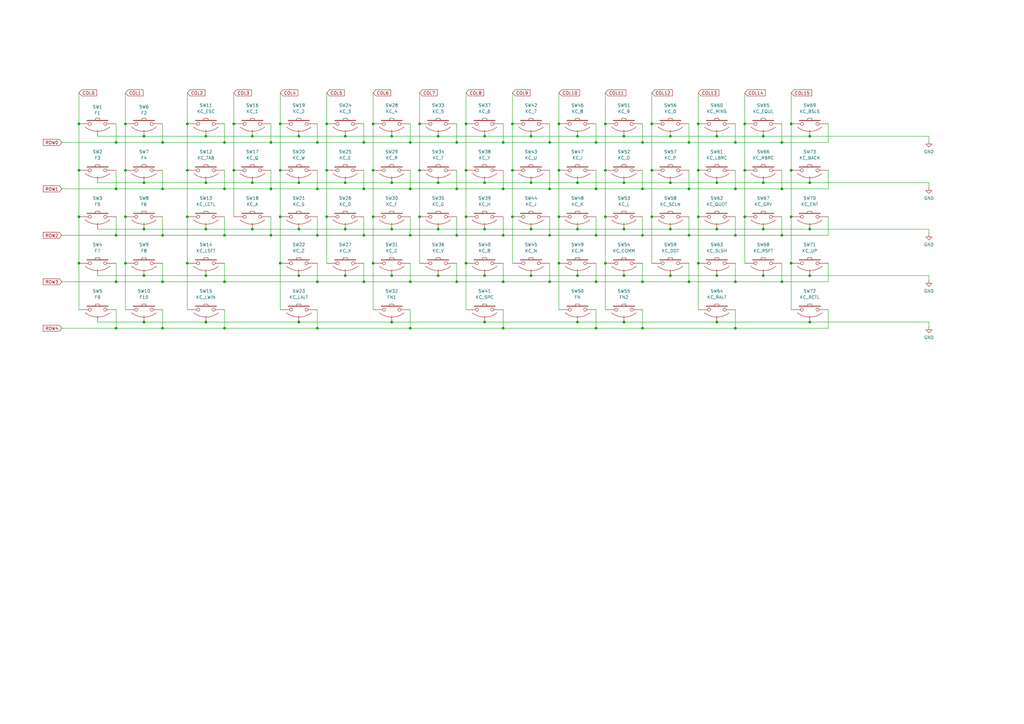
<source format=kicad_sch>
(kicad_sch (version 20211123) (generator eeschema)
  (paper "A3")
  (lib_symbols
    (symbol "cipulot_parts1:EC_SW" (pin_numbers hide) (pin_names (offset 1.016) hide)
      (property "Reference" "SW" (at 3.81 2.794 0))
      (property "Value" "EC_SW" (at -3.81 3.81 0))
      (symbol "EC_SW_0_1"
        (arc (start -5.08 -1.27) (mid 0 -3.052) (end 5.08 -1.27))
        (rectangle (start -4.318 1.27) (end 4.318 1.524))
        (polyline (pts (xy -1.016 1.524) (xy -0.762 2.286) (xy 0.762 2.286) (xy 1.016 1.524)))
        (pin passive inverted (at -7.62 0 0) (length 5.08) (name "1") (number "1"))
        (pin passive inverted (at 7.62 0 180) (length 5.08) (name "2") (number "2"))
      )
      (symbol "EC_SW_1_1"
        (pin input line (at 0 -5.08 90) (length 2.54) (name "SG") (number "3"))
      )
    )
    (symbol "power:GND" (power) (pin_names (offset 0))
      (property "Value" "GND" (at 0 -3.81 0))
      (symbol "GND_0_1"
        (polyline (pts (xy 0 0) (xy 0 -1.27) (xy 1.27 -1.27) (xy 0 -2.54) (xy -1.27 -1.27) (xy 0 -1.27)))
      )
      (symbol "GND_1_1"
        (pin power_in line (at 0 0 270) (length 0) hide (name "GND") (number "1"))
      )
    )
  )
  (junction (at 324.485 88.9))
  (junction (at 84.455 74.93))
  (junction (at 294.005 93.98))
  (junction (at 255.905 113.03))
  (junction (at 301.625 115.57))
  (junction (at 114.935 88.9))
  (junction (at 187.325 58.42))
  (junction (at 301.625 96.52))
  (junction (at 332.105 113.03))
  (junction (at 32.385 88.9))
  (junction (at 66.675 77.47))
  (junction (at 332.105 93.98))
  (junction (at 59.055 113.03))
  (junction (at 225.425 115.57))
  (junction (at 274.955 93.98))
  (junction (at 294.005 55.88))
  (junction (at 187.325 115.57))
  (junction (at 66.675 96.52))
  (junction (at 141.605 113.03))
  (junction (at 206.375 134.62))
  (junction (at 248.285 88.9))
  (junction (at 198.755 113.03))
  (junction (at 198.755 55.88))
  (junction (at 59.055 55.88))
  (junction (at 217.805 113.03))
  (junction (at 320.675 115.57))
  (junction (at 51.435 69.85))
  (junction (at 191.135 50.8))
  (junction (at 47.625 96.52))
  (junction (at 66.675 115.57))
  (junction (at 76.835 107.95))
  (junction (at 66.675 58.42))
  (junction (at 95.885 69.85))
  (junction (at 172.085 88.9))
  (junction (at 263.525 134.62))
  (junction (at 267.335 69.85))
  (junction (at 248.285 69.85))
  (junction (at 160.655 93.98))
  (junction (at 236.855 55.88))
  (junction (at 47.625 77.47))
  (junction (at 95.885 50.8))
  (junction (at 179.705 74.93))
  (junction (at 111.125 96.52))
  (junction (at 84.455 93.98))
  (junction (at 122.555 132.08))
  (junction (at 255.905 55.88))
  (junction (at 153.035 107.95))
  (junction (at 114.935 50.8))
  (junction (at 103.505 93.98))
  (junction (at 76.835 88.9))
  (junction (at 160.655 74.93))
  (junction (at 47.625 115.57))
  (junction (at 168.275 58.42))
  (junction (at 149.225 58.42))
  (junction (at 160.655 113.03))
  (junction (at 305.435 88.9))
  (junction (at 47.625 134.62))
  (junction (at 103.505 55.88))
  (junction (at 76.835 50.8))
  (junction (at 255.905 93.98))
  (junction (at 263.525 115.57))
  (junction (at 286.385 69.85))
  (junction (at 168.275 115.57))
  (junction (at 282.575 115.57))
  (junction (at 320.675 77.47))
  (junction (at 160.655 55.88))
  (junction (at 332.105 55.88))
  (junction (at 294.005 113.03))
  (junction (at 32.385 107.95))
  (junction (at 153.035 88.9))
  (junction (at 229.235 107.95))
  (junction (at 51.435 88.9))
  (junction (at 153.035 69.85))
  (junction (at 84.455 132.08))
  (junction (at 179.705 93.98))
  (junction (at 122.555 55.88))
  (junction (at 225.425 58.42))
  (junction (at 191.135 107.95))
  (junction (at 172.085 50.8))
  (junction (at 206.375 115.57))
  (junction (at 92.075 96.52))
  (junction (at 313.055 55.88))
  (junction (at 133.985 50.8))
  (junction (at 32.385 69.85))
  (junction (at 130.175 134.62))
  (junction (at 133.985 69.85))
  (junction (at 332.105 74.93))
  (junction (at 122.555 113.03))
  (junction (at 217.805 55.88))
  (junction (at 92.075 134.62))
  (junction (at 191.135 88.9))
  (junction (at 76.835 69.85))
  (junction (at 111.125 58.42))
  (junction (at 263.525 77.47))
  (junction (at 282.575 96.52))
  (junction (at 248.285 107.95))
  (junction (at 324.485 69.85))
  (junction (at 324.485 50.8))
  (junction (at 59.055 74.93))
  (junction (at 149.225 77.47))
  (junction (at 149.225 115.57))
  (junction (at 92.075 77.47))
  (junction (at 244.475 77.47))
  (junction (at 274.955 55.88))
  (junction (at 84.455 113.03))
  (junction (at 282.575 77.47))
  (junction (at 236.855 74.93))
  (junction (at 51.435 107.95))
  (junction (at 160.655 132.08))
  (junction (at 59.055 132.08))
  (junction (at 225.425 77.47))
  (junction (at 263.525 96.52))
  (junction (at 244.475 96.52))
  (junction (at 294.005 74.93))
  (junction (at 206.375 96.52))
  (junction (at 47.625 58.42))
  (junction (at 229.235 88.9))
  (junction (at 153.035 50.8))
  (junction (at 286.385 88.9))
  (junction (at 32.385 50.8))
  (junction (at 324.485 107.95))
  (junction (at 313.055 74.93))
  (junction (at 236.855 132.08))
  (junction (at 187.325 96.52))
  (junction (at 206.375 58.42))
  (junction (at 111.125 77.47))
  (junction (at 187.325 77.47))
  (junction (at 92.075 115.57))
  (junction (at 274.955 113.03))
  (junction (at 59.055 93.98))
  (junction (at 263.525 58.42))
  (junction (at 210.185 88.9))
  (junction (at 244.475 134.62))
  (junction (at 267.335 88.9))
  (junction (at 332.105 132.08))
  (junction (at 210.185 50.8))
  (junction (at 301.625 134.62))
  (junction (at 51.435 50.8))
  (junction (at 179.705 113.03))
  (junction (at 122.555 93.98))
  (junction (at 244.475 115.57))
  (junction (at 168.275 96.52))
  (junction (at 301.625 58.42))
  (junction (at 286.385 50.8))
  (junction (at 130.175 96.52))
  (junction (at 248.285 50.8))
  (junction (at 133.985 88.9))
  (junction (at 313.055 93.98))
  (junction (at 320.675 58.42))
  (junction (at 217.805 74.93))
  (junction (at 236.855 93.98))
  (junction (at 244.475 58.42))
  (junction (at 301.625 77.47))
  (junction (at 141.605 93.98))
  (junction (at 198.755 74.93))
  (junction (at 313.055 113.03))
  (junction (at 84.455 55.88))
  (junction (at 172.085 69.85))
  (junction (at 92.075 58.42))
  (junction (at 305.435 69.85))
  (junction (at 130.175 115.57))
  (junction (at 168.275 77.47))
  (junction (at 198.755 93.98))
  (junction (at 236.855 113.03))
  (junction (at 66.675 134.62))
  (junction (at 103.505 74.93))
  (junction (at 206.375 77.47))
  (junction (at 141.605 74.93))
  (junction (at 255.905 132.08))
  (junction (at 255.905 74.93))
  (junction (at 141.605 55.88))
  (junction (at 229.235 50.8))
  (junction (at 229.235 69.85))
  (junction (at 210.185 69.85))
  (junction (at 217.805 93.98))
  (junction (at 149.225 96.52))
  (junction (at 198.755 132.08))
  (junction (at 225.425 96.52))
  (junction (at 130.175 77.47))
  (junction (at 286.385 107.95))
  (junction (at 305.435 50.8))
  (junction (at 282.575 58.42))
  (junction (at 267.335 50.8))
  (junction (at 114.935 107.95))
  (junction (at 114.935 69.85))
  (junction (at 130.175 58.42))
  (junction (at 122.555 74.93))
  (junction (at 274.955 74.93))
  (junction (at 179.705 55.88))
  (junction (at 191.135 69.85))
  (junction (at 320.675 96.52))
  (junction (at 168.275 134.62))
  (junction (at 294.005 132.08))
  (wire (pts (xy 130.175 134.62) (xy 168.275 134.62)))
  (wire (pts (xy 206.375 88.9) (xy 206.375 96.52)))
  (wire (pts (xy 59.055 113.03) (xy 84.455 113.03)))
  (wire (pts (xy 282.575 88.9) (xy 282.575 96.52)))
  (wire (pts (xy 294.005 93.98) (xy 313.055 93.98)))
  (wire (pts (xy 206.375 107.95) (xy 206.375 115.57)))
  (wire (pts (xy 324.485 107.95) (xy 324.485 127)))
  (wire (pts (xy 149.225 58.42) (xy 168.275 58.42)))
  (wire (pts (xy 263.525 50.8) (xy 263.525 58.42)))
  (wire (pts (xy 25.4 134.62) (xy 47.625 134.62)))
  (wire (pts (xy 149.225 115.57) (xy 168.275 115.57)))
  (wire (pts (xy 187.325 50.8) (xy 187.325 58.42)))
  (wire (pts (xy 149.225 96.52) (xy 168.275 96.52)))
  (wire (pts (xy 133.985 50.8) (xy 133.985 69.85)))
  (wire (pts (xy 25.4 96.52) (xy 47.625 96.52)))
  (wire (pts (xy 263.525 134.62) (xy 301.625 134.62)))
  (wire (pts (xy 168.275 88.9) (xy 168.275 96.52)))
  (wire (pts (xy 225.425 96.52) (xy 244.475 96.52)))
  (wire (pts (xy 320.675 69.85) (xy 320.675 77.47)))
  (wire (pts (xy 133.985 69.85) (xy 133.985 88.9)))
  (wire (pts (xy 103.505 74.93) (xy 122.555 74.93)))
  (wire (pts (xy 324.485 69.85) (xy 324.485 88.9)))
  (wire (pts (xy 114.935 107.95) (xy 114.935 127)))
  (wire (pts (xy 236.855 132.08) (xy 255.905 132.08)))
  (wire (pts (xy 225.425 115.57) (xy 244.475 115.57)))
  (wire (pts (xy 172.085 50.8) (xy 172.085 69.85)))
  (wire (pts (xy 130.175 69.85) (xy 130.175 77.47)))
  (wire (pts (xy 229.235 38.1) (xy 229.235 50.8)))
  (wire (pts (xy 206.375 127) (xy 206.375 134.62)))
  (wire (pts (xy 168.275 50.8) (xy 168.275 58.42)))
  (wire (pts (xy 153.035 107.95) (xy 153.035 127)))
  (wire (pts (xy 66.675 50.8) (xy 66.675 58.42)))
  (wire (pts (xy 187.325 88.9) (xy 187.325 96.52)))
  (wire (pts (xy 114.935 50.8) (xy 114.935 69.85)))
  (wire (pts (xy 217.805 113.03) (xy 236.855 113.03)))
  (wire (pts (xy 122.555 74.93) (xy 141.605 74.93)))
  (wire (pts (xy 149.225 77.47) (xy 168.275 77.47)))
  (wire (pts (xy 267.335 50.8) (xy 267.335 69.85)))
  (wire (pts (xy 172.085 38.1) (xy 172.085 50.8)))
  (wire (pts (xy 267.335 88.9) (xy 267.335 107.95)))
  (wire (pts (xy 25.4 77.47) (xy 47.625 77.47)))
  (wire (pts (xy 313.055 55.88) (xy 332.105 55.88)))
  (wire (pts (xy 339.725 58.42) (xy 339.725 50.8)))
  (wire (pts (xy 301.625 107.95) (xy 301.625 115.57)))
  (wire (pts (xy 32.385 50.8) (xy 32.385 69.85)))
  (wire (pts (xy 172.085 69.85) (xy 172.085 88.9)))
  (wire (pts (xy 51.435 88.9) (xy 51.435 107.95)))
  (wire (pts (xy 206.375 50.8) (xy 206.375 58.42)))
  (wire (pts (xy 339.725 88.9) (xy 339.725 96.52)))
  (wire (pts (xy 206.375 134.62) (xy 244.475 134.62)))
  (wire (pts (xy 122.555 55.88) (xy 141.605 55.88)))
  (wire (pts (xy 141.605 113.03) (xy 160.655 113.03)))
  (wire (pts (xy 274.955 93.98) (xy 294.005 93.98)))
  (wire (pts (xy 160.655 74.93) (xy 179.705 74.93)))
  (wire (pts (xy 320.675 77.47) (xy 339.725 77.47)))
  (wire (pts (xy 84.455 74.93) (xy 103.505 74.93)))
  (wire (pts (xy 320.675 88.9) (xy 320.675 96.52)))
  (wire (pts (xy 66.675 77.47) (xy 92.075 77.47)))
  (wire (pts (xy 111.125 96.52) (xy 130.175 96.52)))
  (wire (pts (xy 339.725 115.57) (xy 339.725 107.95)))
  (wire (pts (xy 236.855 55.88) (xy 255.905 55.88)))
  (wire (pts (xy 248.285 107.95) (xy 248.285 127)))
  (wire (pts (xy 332.105 55.88) (xy 381 55.88)))
  (wire (pts (xy 92.075 96.52) (xy 111.125 96.52)))
  (wire (pts (xy 313.055 93.98) (xy 332.105 93.98)))
  (wire (pts (xy 160.655 93.98) (xy 179.705 93.98)))
  (wire (pts (xy 66.675 69.85) (xy 66.675 77.47)))
  (wire (pts (xy 76.835 107.95) (xy 76.835 127)))
  (wire (pts (xy 160.655 132.08) (xy 198.755 132.08)))
  (wire (pts (xy 66.675 134.62) (xy 92.075 134.62)))
  (wire (pts (xy 92.075 107.95) (xy 92.075 115.57)))
  (wire (pts (xy 76.835 69.85) (xy 76.835 88.9)))
  (wire (pts (xy 130.175 127) (xy 130.175 134.62)))
  (wire (pts (xy 267.335 38.1) (xy 267.335 50.8)))
  (wire (pts (xy 76.835 88.9) (xy 76.835 107.95)))
  (wire (pts (xy 225.425 69.85) (xy 225.425 77.47)))
  (wire (pts (xy 172.085 88.9) (xy 172.085 107.95)))
  (wire (pts (xy 84.455 55.88) (xy 103.505 55.88)))
  (wire (pts (xy 122.555 113.03) (xy 141.605 113.03)))
  (wire (pts (xy 59.055 55.88) (xy 84.455 55.88)))
  (wire (pts (xy 217.805 93.98) (xy 236.855 93.98)))
  (wire (pts (xy 206.375 96.52) (xy 225.425 96.52)))
  (wire (pts (xy 198.755 113.03) (xy 217.805 113.03)))
  (wire (pts (xy 51.435 50.8) (xy 51.435 69.85)))
  (wire (pts (xy 229.235 50.8) (xy 229.235 69.85)))
  (wire (pts (xy 153.035 50.8) (xy 153.035 69.85)))
  (wire (pts (xy 210.185 50.8) (xy 210.185 69.85)))
  (wire (pts (xy 111.125 69.85) (xy 111.125 77.47)))
  (wire (pts (xy 191.135 38.1) (xy 191.135 50.8)))
  (wire (pts (xy 274.955 74.93) (xy 294.005 74.93)))
  (wire (pts (xy 217.805 74.93) (xy 236.855 74.93)))
  (wire (pts (xy 244.475 88.9) (xy 244.475 96.52)))
  (wire (pts (xy 255.905 132.08) (xy 294.005 132.08)))
  (wire (pts (xy 301.625 115.57) (xy 320.675 115.57)))
  (wire (pts (xy 59.055 132.08) (xy 84.455 132.08)))
  (wire (pts (xy 40.005 113.03) (xy 59.055 113.03)))
  (wire (pts (xy 320.675 50.8) (xy 320.675 58.42)))
  (wire (pts (xy 305.435 50.8) (xy 305.435 69.85)))
  (wire (pts (xy 332.105 113.03) (xy 381 113.03)))
  (wire (pts (xy 66.675 127) (xy 66.675 134.62)))
  (wire (pts (xy 263.525 107.95) (xy 263.525 115.57)))
  (wire (pts (xy 149.225 88.9) (xy 149.225 96.52)))
  (wire (pts (xy 130.175 107.95) (xy 130.175 115.57)))
  (wire (pts (xy 339.725 69.85) (xy 339.725 77.47)))
  (wire (pts (xy 179.705 93.98) (xy 198.755 93.98)))
  (wire (pts (xy 179.705 55.88) (xy 198.755 55.88)))
  (wire (pts (xy 122.555 132.08) (xy 160.655 132.08)))
  (wire (pts (xy 229.235 88.9) (xy 229.235 107.95)))
  (wire (pts (xy 168.275 77.47) (xy 187.325 77.47)))
  (wire (pts (xy 92.075 77.47) (xy 111.125 77.47)))
  (wire (pts (xy 244.475 69.85) (xy 244.475 77.47)))
  (wire (pts (xy 47.625 69.85) (xy 47.625 77.47)))
  (wire (pts (xy 339.725 134.62) (xy 339.725 127)))
  (wire (pts (xy 160.655 113.03) (xy 179.705 113.03)))
  (wire (pts (xy 248.285 38.1) (xy 248.285 50.8)))
  (wire (pts (xy 103.505 93.98) (xy 122.555 93.98)))
  (wire (pts (xy 255.905 93.98) (xy 274.955 93.98)))
  (wire (pts (xy 149.225 69.85) (xy 149.225 77.47)))
  (wire (pts (xy 225.425 50.8) (xy 225.425 58.42)))
  (wire (pts (xy 47.625 115.57) (xy 66.675 115.57)))
  (wire (pts (xy 263.525 115.57) (xy 282.575 115.57)))
  (wire (pts (xy 206.375 77.47) (xy 225.425 77.47)))
  (wire (pts (xy 244.475 58.42) (xy 263.525 58.42)))
  (wire (pts (xy 76.835 38.1) (xy 76.835 50.8)))
  (wire (pts (xy 25.4 115.57) (xy 47.625 115.57)))
  (wire (pts (xy 153.035 69.85) (xy 153.035 88.9)))
  (wire (pts (xy 47.625 88.9) (xy 47.625 96.52)))
  (wire (pts (xy 51.435 107.95) (xy 51.435 127)))
  (wire (pts (xy 255.905 113.03) (xy 274.955 113.03)))
  (wire (pts (xy 111.125 77.47) (xy 130.175 77.47)))
  (wire (pts (xy 66.675 58.42) (xy 92.075 58.42)))
  (wire (pts (xy 286.385 88.9) (xy 286.385 107.95)))
  (wire (pts (xy 225.425 88.9) (xy 225.425 96.52)))
  (wire (pts (xy 66.675 115.57) (xy 92.075 115.57)))
  (wire (pts (xy 111.125 88.9) (xy 111.125 96.52)))
  (wire (pts (xy 25.4 58.42) (xy 47.625 58.42)))
  (wire (pts (xy 236.855 93.98) (xy 255.905 93.98)))
  (wire (pts (xy 40.005 74.93) (xy 59.055 74.93)))
  (wire (pts (xy 244.475 50.8) (xy 244.475 58.42)))
  (wire (pts (xy 40.005 132.08) (xy 59.055 132.08)))
  (wire (pts (xy 263.525 127) (xy 263.525 134.62)))
  (wire (pts (xy 92.075 50.8) (xy 92.075 58.42)))
  (wire (pts (xy 95.885 50.8) (xy 95.885 69.85)))
  (wire (pts (xy 301.625 50.8) (xy 301.625 58.42)))
  (wire (pts (xy 294.005 74.93) (xy 313.055 74.93)))
  (wire (pts (xy 301.625 77.47) (xy 320.675 77.47)))
  (wire (pts (xy 244.475 127) (xy 244.475 134.62)))
  (wire (pts (xy 191.135 88.9) (xy 191.135 107.95)))
  (wire (pts (xy 32.385 107.95) (xy 32.385 127)))
  (wire (pts (xy 133.985 88.9) (xy 133.985 107.95)))
  (wire (pts (xy 301.625 58.42) (xy 320.675 58.42)))
  (wire (pts (xy 66.675 107.95) (xy 66.675 115.57)))
  (wire (pts (xy 225.425 58.42) (xy 244.475 58.42)))
  (wire (pts (xy 282.575 107.95) (xy 282.575 115.57)))
  (wire (pts (xy 248.285 69.85) (xy 248.285 88.9)))
  (wire (pts (xy 217.805 55.88) (xy 236.855 55.88)))
  (wire (pts (xy 51.435 69.85) (xy 51.435 88.9)))
  (wire (pts (xy 206.375 58.42) (xy 225.425 58.42)))
  (wire (pts (xy 320.675 96.52) (xy 339.725 96.52)))
  (wire (pts (xy 168.275 107.95) (xy 168.275 115.57)))
  (wire (pts (xy 286.385 107.95) (xy 286.385 127)))
  (wire (pts (xy 198.755 132.08) (xy 236.855 132.08)))
  (wire (pts (xy 332.105 93.98) (xy 381 93.98)))
  (wire (pts (xy 179.705 74.93) (xy 198.755 74.93)))
  (wire (pts (xy 282.575 58.42) (xy 301.625 58.42)))
  (wire (pts (xy 179.705 113.03) (xy 198.755 113.03)))
  (wire (pts (xy 263.525 69.85) (xy 263.525 77.47)))
  (wire (pts (xy 76.835 50.8) (xy 76.835 69.85)))
  (wire (pts (xy 103.505 55.88) (xy 122.555 55.88)))
  (wire (pts (xy 332.105 132.08) (xy 381 132.08)))
  (wire (pts (xy 47.625 77.47) (xy 66.675 77.47)))
  (wire (pts (xy 111.125 50.8) (xy 111.125 58.42)))
  (wire (pts (xy 141.605 55.88) (xy 160.655 55.88)))
  (wire (pts (xy 191.135 50.8) (xy 191.135 69.85)))
  (wire (pts (xy 187.325 115.57) (xy 206.375 115.57)))
  (wire (pts (xy 320.675 107.95) (xy 320.675 115.57)))
  (wire (pts (xy 51.435 38.1) (xy 51.435 50.8)))
  (wire (pts (xy 84.455 93.98) (xy 103.505 93.98)))
  (wire (pts (xy 301.625 127) (xy 301.625 134.62)))
  (wire (pts (xy 187.325 96.52) (xy 206.375 96.52)))
  (wire (pts (xy 187.325 69.85) (xy 187.325 77.47)))
  (wire (pts (xy 206.375 115.57) (xy 225.425 115.57)))
  (wire (pts (xy 286.385 50.8) (xy 286.385 69.85)))
  (wire (pts (xy 301.625 88.9) (xy 301.625 96.52)))
  (wire (pts (xy 286.385 69.85) (xy 286.385 88.9)))
  (wire (pts (xy 244.475 115.57) (xy 263.525 115.57)))
  (wire (pts (xy 40.005 55.88) (xy 59.055 55.88)))
  (wire (pts (xy 168.275 58.42) (xy 187.325 58.42)))
  (wire (pts (xy 244.475 107.95) (xy 244.475 115.57)))
  (wire (pts (xy 32.385 38.1) (xy 32.385 50.8)))
  (wire (pts (xy 59.055 93.98) (xy 84.455 93.98)))
  (wire (pts (xy 160.655 55.88) (xy 179.705 55.88)))
  (wire (pts (xy 111.125 58.42) (xy 130.175 58.42)))
  (wire (pts (xy 66.675 96.52) (xy 92.075 96.52)))
  (wire (pts (xy 248.285 50.8) (xy 248.285 69.85)))
  (wire (pts (xy 149.225 107.95) (xy 149.225 115.57)))
  (wire (pts (xy 324.485 50.8) (xy 324.485 38.1)))
  (wire (pts (xy 381 74.93) (xy 381 76.835)))
  (wire (pts (xy 305.435 88.9) (xy 305.435 107.95)))
  (wire (pts (xy 320.675 58.42) (xy 339.725 58.42)))
  (wire (pts (xy 225.425 77.47) (xy 244.475 77.47)))
  (wire (pts (xy 210.185 88.9) (xy 210.185 107.95)))
  (wire (pts (xy 114.935 38.1) (xy 114.935 50.8)))
  (wire (pts (xy 294.005 132.08) (xy 332.105 132.08)))
  (wire (pts (xy 92.075 127) (xy 92.075 134.62)))
  (wire (pts (xy 229.235 69.85) (xy 229.235 88.9)))
  (wire (pts (xy 191.135 69.85) (xy 191.135 88.9)))
  (wire (pts (xy 168.275 69.85) (xy 168.275 77.47)))
  (wire (pts (xy 236.855 74.93) (xy 255.905 74.93)))
  (wire (pts (xy 47.625 50.8) (xy 47.625 58.42)))
  (wire (pts (xy 168.275 134.62) (xy 206.375 134.62)))
  (wire (pts (xy 92.075 58.42) (xy 111.125 58.42)))
  (wire (pts (xy 294.005 55.88) (xy 313.055 55.88)))
  (wire (pts (xy 282.575 115.57) (xy 301.625 115.57)))
  (wire (pts (xy 187.325 58.42) (xy 206.375 58.42)))
  (wire (pts (xy 255.905 74.93) (xy 274.955 74.93)))
  (wire (pts (xy 92.075 88.9) (xy 92.075 96.52)))
  (wire (pts (xy 47.625 107.95) (xy 47.625 115.57)))
  (wire (pts (xy 141.605 74.93) (xy 160.655 74.93)))
  (wire (pts (xy 92.075 115.57) (xy 130.175 115.57)))
  (wire (pts (xy 153.035 88.9) (xy 153.035 107.95)))
  (wire (pts (xy 66.675 88.9) (xy 66.675 96.52)))
  (wire (pts (xy 263.525 96.52) (xy 282.575 96.52)))
  (wire (pts (xy 305.435 38.1) (xy 305.435 50.8)))
  (wire (pts (xy 320.675 115.57) (xy 339.725 115.57)))
  (wire (pts (xy 282.575 50.8) (xy 282.575 58.42)))
  (wire (pts (xy 130.175 88.9) (xy 130.175 96.52)))
  (wire (pts (xy 210.185 38.1) (xy 210.185 50.8)))
  (wire (pts (xy 274.955 55.88) (xy 294.005 55.88)))
  (wire (pts (xy 305.435 69.85) (xy 305.435 88.9)))
  (wire (pts (xy 130.175 58.42) (xy 149.225 58.42)))
  (wire (pts (xy 210.185 69.85) (xy 210.185 88.9)))
  (wire (pts (xy 301.625 69.85) (xy 301.625 77.47)))
  (wire (pts (xy 263.525 77.47) (xy 282.575 77.47)))
  (wire (pts (xy 301.625 134.62) (xy 339.725 134.62)))
  (wire (pts (xy 187.325 107.95) (xy 187.325 115.57)))
  (wire (pts (xy 274.955 113.03) (xy 294.005 113.03)))
  (wire (pts (xy 130.175 96.52) (xy 149.225 96.52)))
  (wire (pts (xy 236.855 113.03) (xy 255.905 113.03)))
  (wire (pts (xy 286.385 38.1) (xy 286.385 50.8)))
  (wire (pts (xy 381 113.03) (xy 381 114.935)))
  (wire (pts (xy 95.885 38.1) (xy 95.885 50.8)))
  (wire (pts (xy 332.105 74.93) (xy 381 74.93)))
  (wire (pts (xy 255.905 55.88) (xy 274.955 55.88)))
  (wire (pts (xy 229.235 107.95) (xy 229.235 127)))
  (wire (pts (xy 282.575 77.47) (xy 301.625 77.47)))
  (wire (pts (xy 381 55.88) (xy 381 57.785)))
  (wire (pts (xy 168.275 115.57) (xy 187.325 115.57)))
  (wire (pts (xy 168.275 127) (xy 168.275 134.62)))
  (wire (pts (xy 95.885 69.85) (xy 95.885 88.9)))
  (wire (pts (xy 130.175 77.47) (xy 149.225 77.47)))
  (wire (pts (xy 324.485 88.9) (xy 324.485 107.95)))
  (wire (pts (xy 244.475 96.52) (xy 263.525 96.52)))
  (wire (pts (xy 282.575 96.52) (xy 301.625 96.52)))
  (wire (pts (xy 324.485 50.8) (xy 324.485 69.85)))
  (wire (pts (xy 114.935 88.9) (xy 114.935 107.95)))
  (wire (pts (xy 92.075 134.62) (xy 130.175 134.62)))
  (wire (pts (xy 141.605 93.98) (xy 160.655 93.98)))
  (wire (pts (xy 301.625 96.52) (xy 320.675 96.52)))
  (wire (pts (xy 114.935 69.85) (xy 114.935 88.9)))
  (wire (pts (xy 47.625 127) (xy 47.625 134.62)))
  (wire (pts (xy 47.625 96.52) (xy 66.675 96.52)))
  (wire (pts (xy 130.175 115.57) (xy 149.225 115.57)))
  (wire (pts (xy 168.275 96.52) (xy 187.325 96.52)))
  (wire (pts (xy 40.005 93.98) (xy 59.055 93.98)))
  (wire (pts (xy 153.035 38.1) (xy 153.035 50.8)))
  (wire (pts (xy 198.755 74.93) (xy 217.805 74.93)))
  (wire (pts (xy 187.325 77.47) (xy 206.375 77.47)))
  (wire (pts (xy 32.385 69.85) (xy 32.385 88.9)))
  (wire (pts (xy 130.175 50.8) (xy 130.175 58.42)))
  (wire (pts (xy 267.335 69.85) (xy 267.335 88.9)))
  (wire (pts (xy 84.455 132.08) (xy 122.555 132.08)))
  (wire (pts (xy 282.575 69.85) (xy 282.575 77.47)))
  (wire (pts (xy 149.225 50.8) (xy 149.225 58.42)))
  (wire (pts (xy 244.475 77.47) (xy 263.525 77.47)))
  (wire (pts (xy 122.555 93.98) (xy 141.605 93.98)))
  (wire (pts (xy 84.455 113.03) (xy 122.555 113.03)))
  (wire (pts (xy 32.385 88.9) (xy 32.385 107.95)))
  (wire (pts (xy 191.135 107.95) (xy 191.135 127)))
  (wire (pts (xy 59.055 74.93) (xy 84.455 74.93)))
  (wire (pts (xy 294.005 113.03) (xy 313.055 113.03)))
  (wire (pts (xy 133.985 38.1) (xy 133.985 50.8)))
  (wire (pts (xy 206.375 69.85) (xy 206.375 77.47)))
  (wire (pts (xy 47.625 134.62) (xy 66.675 134.62)))
  (wire (pts (xy 381 132.08) (xy 381 133.985)))
  (wire (pts (xy 263.525 88.9) (xy 263.525 96.52)))
  (wire (pts (xy 248.285 88.9) (xy 248.285 107.95)))
  (wire (pts (xy 198.755 93.98) (xy 217.805 93.98)))
  (wire (pts (xy 313.055 113.03) (xy 332.105 113.03)))
  (wire (pts (xy 313.055 74.93) (xy 332.105 74.93)))
  (wire (pts (xy 381 93.98) (xy 381 95.885)))
  (wire (pts (xy 263.525 58.42) (xy 282.575 58.42)))
  (wire (pts (xy 225.425 107.95) (xy 225.425 115.57)))
  (wire (pts (xy 47.625 58.42) (xy 66.675 58.42)))
  (wire (pts (xy 244.475 134.62) (xy 263.525 134.62)))
  (wire (pts (xy 198.755 55.88) (xy 217.805 55.88)))
  (wire (pts (xy 92.075 69.85) (xy 92.075 77.47)))
  (global_label "COL14" (shape input) (at 305.435 38.1 0) (property "Intersheet References" "${INTERSHEET_REFS}" (effects hide)))
  (global_label "COL2" (shape input) (at 76.835 38.1 0) (property "Intersheet References" "${INTERSHEET_REFS}" (effects hide)))
  (global_label "ROW2" (shape input) (at 25.4 96.52 180) (property "Intersheet References" "${INTERSHEET_REFS}" (effects hide)))
  (global_label "COL3" (shape input) (at 95.885 38.1 0) (property "Intersheet References" "${INTERSHEET_REFS}" (effects hide)))
  (global_label "COL0" (shape input) (at 32.385 38.1 0) (property "Intersheet References" "${INTERSHEET_REFS}" (effects hide)))
  (global_label "COL9" (shape input) (at 210.185 38.1 0) (property "Intersheet References" "${INTERSHEET_REFS}" (effects hide)))
  (global_label "ROW4" (shape input) (at 25.4 134.62 180) (property "Intersheet References" "${INTERSHEET_REFS}" (effects hide)))
  (global_label "COL1" (shape input) (at 51.435 38.1 0) (property "Intersheet References" "${INTERSHEET_REFS}" (effects hide)))
  (global_label "COL15" (shape input) (at 324.485 38.1 0) (property "Intersheet References" "${INTERSHEET_REFS}" (effects hide)))
  (global_label "COL4" (shape input) (at 114.935 38.1 0) (property "Intersheet References" "${INTERSHEET_REFS}" (effects hide)))
  (global_label "ROW3" (shape input) (at 25.4 115.57 180) (property "Intersheet References" "${INTERSHEET_REFS}" (effects hide)))
  (global_label "COL6" (shape input) (at 153.035 38.1 0) (property "Intersheet References" "${INTERSHEET_REFS}" (effects hide)))
  (global_label "COL10" (shape input) (at 229.235 38.1 0) (property "Intersheet References" "${INTERSHEET_REFS}" (effects hide)))
  (global_label "COL8" (shape input) (at 191.135 38.1 0) (property "Intersheet References" "${INTERSHEET_REFS}" (effects hide)))
  (global_label "COL7" (shape input) (at 172.085 38.1 0) (property "Intersheet References" "${INTERSHEET_REFS}" (effects hide)))
  (global_label "COL13" (shape input) (at 286.385 38.1 0) (property "Intersheet References" "${INTERSHEET_REFS}" (effects hide)))
  (global_label "COL11" (shape input) (at 248.285 38.1 0) (property "Intersheet References" "${INTERSHEET_REFS}" (effects hide)))
  (global_label "ROW1" (shape input) (at 25.4 77.47 180) (property "Intersheet References" "${INTERSHEET_REFS}" (effects hide)))
  (global_label "COL5" (shape input) (at 133.985 38.1 0) (property "Intersheet References" "${INTERSHEET_REFS}" (effects hide)))
  (global_label "ROW0" (shape input) (at 25.4 58.42 180) (property "Intersheet References" "${INTERSHEET_REFS}" (effects hide)))
  (global_label "COL12" (shape input) (at 267.335 38.1 0) (property "Intersheet References" "${INTERSHEET_REFS}" (effects hide)))
  (symbol (lib_id "cipulot_parts1:EC_SW") (at 59.055 50.8 0) (unit 1)
    (property "Reference" "SW6" (at 59.055 43.815 0))
    (property "Value" "F2" (at 59.055 46.355 0))
    (property "Footprint" "cipulot_parts:ecs_pad_no_ring" (effects hide))
  )
  (symbol (lib_id "cipulot_parts1:EC_SW") (at 198.755 50.8 0) (unit 1)
    (property "Reference" "SW37" (at 198.755 43.18 0))
    (property "Value" "KC_6" (at 198.755 45.72 0))
    (property "Footprint" "cipulot_parts:ecs_pad_no_ring" (effects hide))
  )
  (symbol (lib_id "cipulot_parts1:EC_SW") (at 332.105 88.9 0) (unit 1)
    (property "Reference" "SW70" (at 332.105 81.28 0))
    (property "Value" "KC_ENT" (at 332.105 83.82 0))
    (property "Footprint" "cipulot_parts:ecs_pad_no_ring" (effects hide))
  )
  (symbol (lib_id "cipulot_parts1:EC_SW") (at 217.805 88.9 0) (unit 1)
    (property "Reference" "SW44" (at 217.805 81.28 0))
    (property "Value" "KC_J" (at 217.805 83.82 0))
    (property "Footprint" "cipulot_parts:ecs_pad_no_ring" (effects hide))
  )
  (symbol (lib_id "cipulot_parts1:EC_SW") (at 294.005 127 0) (unit 1)
    (property "Reference" "SW64" (at 294.005 119.38 0))
    (property "Value" "KC_RALT" (at 294.005 121.92 0))
    (property "Footprint" "cipulot_parts:ecs_pad_no_ring" (effects hide))
  )
  (symbol (lib_id "cipulot_parts1:EC_SW") (at 255.905 107.95 0) (unit 1)
    (property "Reference" "SW54" (at 255.905 100.33 0))
    (property "Value" "KC_COMM" (at 255.905 102.87 0))
    (property "Footprint" "cipulot_parts:ecs_pad_no_ring" (effects hide))
  )
  (symbol (lib_id "cipulot_parts1:EC_SW") (at 84.455 69.85 0) (unit 1)
    (property "Reference" "SW12" (at 84.455 62.23 0))
    (property "Value" "KC_TAB" (at 84.455 64.77 0))
    (property "Footprint" "cipulot_parts:ecs_pad_no_ring" (effects hide))
  )
  (symbol (lib_id "cipulot_parts1:EC_SW") (at 198.755 88.9 0) (unit 1)
    (property "Reference" "SW39" (at 198.755 81.28 0))
    (property "Value" "KC_H" (at 198.755 83.82 0))
    (property "Footprint" "cipulot_parts:ecs_pad_no_ring" (effects hide))
  )
  (symbol (lib_id "cipulot_parts1:EC_SW") (at 122.555 50.8 0) (unit 1)
    (property "Reference" "SW19" (at 122.555 43.18 0))
    (property "Value" "KC_2" (at 122.555 45.72 0))
    (property "Footprint" "cipulot_parts:ecs_pad_no_ring" (effects hide))
  )
  (symbol (lib_id "cipulot_parts1:EC_SW") (at 141.605 50.8 0) (unit 1)
    (property "Reference" "SW24" (at 141.605 43.18 0))
    (property "Value" "KC_3" (at 141.605 45.72 0))
    (property "Footprint" "cipulot_parts:ecs_pad_no_ring" (effects hide))
  )
  (symbol (lib_id "cipulot_parts1:EC_SW") (at 294.005 50.8 0) (unit 1)
    (property "Reference" "SW60" (at 294.005 43.18 0))
    (property "Value" "KC_MINS" (at 294.005 45.72 0))
    (property "Footprint" "cipulot_parts:ecs_pad_no_ring" (effects hide))
  )
  (symbol (lib_id "cipulot_parts1:EC_SW") (at 255.905 127 0) (unit 1)
    (property "Reference" "SW55" (at 255.905 119.38 0))
    (property "Value" "FN2" (at 255.905 121.92 0))
    (property "Footprint" "cipulot_parts:ecs_pad_no_ring" (effects hide))
  )
  (symbol (lib_id "cipulot_parts1:EC_SW") (at 84.455 107.95 0) (unit 1)
    (property "Reference" "SW14" (at 84.455 100.33 0))
    (property "Value" "KC_LSFT" (at 84.455 102.87 0))
    (property "Footprint" "cipulot_parts:ecs_pad_no_ring" (effects hide))
  )
  (symbol (lib_id "cipulot_parts1:EC_SW") (at 59.055 107.95 0) (unit 1)
    (property "Reference" "SW9" (at 59.055 100.33 0))
    (property "Value" "F8" (at 59.055 102.87 0))
    (property "Footprint" "cipulot_parts:ecs_pad_no_ring" (effects hide))
  )
  (symbol (lib_id "cipulot_parts1:EC_SW") (at 141.605 69.85 0) (unit 1)
    (property "Reference" "SW25" (at 141.605 62.23 0))
    (property "Value" "KC_E" (at 141.605 64.77 0))
    (property "Footprint" "cipulot_parts:ecs_pad_no_ring" (effects hide))
  )
  (symbol (lib_id "cipulot_parts1:EC_SW") (at 160.655 127 0) (unit 1)
    (property "Reference" "SW32" (at 160.655 119.38 0))
    (property "Value" "FN1" (at 160.655 121.92 0))
    (property "Footprint" "cipulot_parts:ecs_pad_no_ring" (effects hide))
  )
  (symbol (lib_id "cipulot_parts1:EC_SW") (at 84.455 50.8 0) (unit 1)
    (property "Reference" "SW11" (at 84.455 43.18 0))
    (property "Value" "KC_ESC" (at 84.455 45.72 0))
    (property "Footprint" "cipulot_parts:ecs_pad_no_ring" (effects hide))
  )
  (symbol (lib_id "cipulot_parts1:EC_SW") (at 141.605 88.9 0) (unit 1)
    (property "Reference" "SW26" (at 141.605 81.28 0))
    (property "Value" "KC_D" (at 141.605 83.82 0))
    (property "Footprint" "cipulot_parts:ecs_pad_no_ring" (effects hide))
  )
  (symbol (lib_id "cipulot_parts1:EC_SW") (at 40.005 107.95 0) (unit 1)
    (property "Reference" "SW4" (at 40.005 100.33 0))
    (property "Value" "F7" (at 40.005 102.87 0))
    (property "Footprint" "cipulot_parts:ecs_pad_no_ring" (effects hide))
  )
  (symbol (lib_id "cipulot_parts1:EC_SW") (at 179.705 50.8 0) (unit 1)
    (property "Reference" "SW33" (at 179.705 43.18 0))
    (property "Value" "KC_5" (at 179.705 45.72 0))
    (property "Footprint" "cipulot_parts:ecs_pad_no_ring" (effects hide))
  )
  (symbol (lib_id "cipulot_parts1:EC_SW") (at 198.755 127 0) (unit 1)
    (property "Reference" "SW41" (at 198.755 119.38 0))
    (property "Value" "KC_SPC" (at 198.755 121.92 0))
    (property "Footprint" "cipulot_parts:ecs_pad_no_ring" (effects hide))
  )
  (symbol (lib_id "power:GND") (at 381 133.985 0) (unit 1)
    (property "Reference" "#PWR041" (effects hide))
    (property "Value" "GND" (at 381 138.43 0))
  )
  (symbol (lib_id "cipulot_parts1:EC_SW") (at 103.505 50.8 0) (unit 1)
    (property "Reference" "SW16" (at 103.505 43.18 0))
    (property "Value" "KC_1" (at 103.505 45.72 0))
    (property "Footprint" "cipulot_parts:ecs_pad_no_ring" (effects hide))
  )
  (symbol (lib_id "cipulot_parts1:EC_SW") (at 313.055 69.85 0) (unit 1)
    (property "Reference" "SW66" (at 313.055 62.23 0))
    (property "Value" "KC_RBRC" (at 313.055 64.77 0))
    (property "Footprint" "cipulot_parts:ecs_pad_no_ring" (effects hide))
  )
  (symbol (lib_id "cipulot_parts1:EC_SW") (at 141.605 107.95 0) (unit 1)
    (property "Reference" "SW27" (at 141.605 100.33 0))
    (property "Value" "KC_X" (at 141.605 102.87 0))
    (property "Footprint" "cipulot_parts:ecs_pad_no_ring" (effects hide))
  )
  (symbol (lib_id "cipulot_parts1:EC_SW") (at 294.005 107.95 0) (unit 1)
    (property "Reference" "SW63" (at 294.005 100.33 0))
    (property "Value" "KC_SLSH" (at 294.005 102.87 0))
    (property "Footprint" "cipulot_parts:ecs_pad_no_ring" (effects hide))
  )
  (symbol (lib_id "cipulot_parts1:EC_SW") (at 294.005 69.85 0) (unit 1)
    (property "Reference" "SW61" (at 294.005 62.23 0))
    (property "Value" "KC_LBRC" (at 294.005 64.77 0))
    (property "Footprint" "cipulot_parts:ecs_pad_no_ring" (effects hide))
  )
  (symbol (lib_id "cipulot_parts1:EC_SW") (at 236.855 88.9 0) (unit 1)
    (property "Reference" "SW48" (at 236.855 81.28 0))
    (property "Value" "KC_K" (at 236.855 83.82 0))
    (property "Footprint" "cipulot_parts:ecs_pad_no_ring" (effects hide))
  )
  (symbol (lib_id "cipulot_parts1:EC_SW") (at 217.805 107.95 0) (unit 1)
    (property "Reference" "SW45" (at 217.805 100.33 0))
    (property "Value" "KC_N" (at 217.805 102.87 0))
    (property "Footprint" "cipulot_parts:ecs_pad_no_ring" (effects hide))
  )
  (symbol (lib_id "power:GND") (at 381 57.785 0) (unit 1)
    (property "Reference" "#PWR037" (effects hide))
    (property "Value" "GND" (at 381 62.23 0))
  )
  (symbol (lib_id "cipulot_parts1:EC_SW") (at 122.555 69.85 0) (unit 1)
    (property "Reference" "SW20" (at 122.555 62.23 0))
    (property "Value" "KC_W" (at 122.555 64.77 0))
    (property "Footprint" "cipulot_parts:ecs_pad_no_ring" (effects hide))
  )
  (symbol (lib_id "cipulot_parts1:EC_SW") (at 84.455 88.9 0) (unit 1)
    (property "Reference" "SW13" (at 84.455 81.28 0))
    (property "Value" "KC_LCTL" (at 84.455 83.82 0))
    (property "Footprint" "cipulot_parts:ecs_pad_no_ring" (effects hide))
  )
  (symbol (lib_id "power:GND") (at 381 76.835 0) (unit 1)
    (property "Reference" "#PWR038" (effects hide))
    (property "Value" "GND" (at 381 81.28 0))
  )
  (symbol (lib_id "cipulot_parts1:EC_SW") (at 59.055 69.85 0) (unit 1)
    (property "Reference" "SW7" (at 59.055 62.23 0))
    (property "Value" "F4" (at 59.055 64.77 0))
    (property "Footprint" "cipulot_parts:ecs_pad_no_ring" (effects hide))
  )
  (symbol (lib_id "cipulot_parts1:EC_SW") (at 59.055 127 0) (unit 1)
    (property "Reference" "SW10" (at 59.055 119.38 0))
    (property "Value" "F10" (at 59.055 121.92 0))
    (property "Footprint" "cipulot_parts:ecs_pad_no_ring" (effects hide))
  )
  (symbol (lib_id "cipulot_parts1:EC_SW") (at 236.855 127 0) (unit 1)
    (property "Reference" "SW50" (at 236.855 119.38 0))
    (property "Value" "FN" (at 236.855 121.92 0))
    (property "Footprint" "cipulot_parts:ecs_pad_no_ring" (effects hide))
  )
  (symbol (lib_id "cipulot_parts1:EC_SW") (at 40.005 50.8 0) (unit 1)
    (property "Reference" "SW1" (at 40.005 43.815 0))
    (property "Value" "F1" (at 40.005 46.355 0))
    (property "Footprint" "cipulot_parts:ecs_pad_no_ring" (effects hide))
  )
  (symbol (lib_id "cipulot_parts1:EC_SW") (at 122.555 88.9 0) (unit 1)
    (property "Reference" "SW21" (at 122.555 81.28 0))
    (property "Value" "KC_S" (at 122.555 83.82 0))
    (property "Footprint" "cipulot_parts:ecs_pad_no_ring" (effects hide))
  )
  (symbol (lib_id "cipulot_parts1:EC_SW") (at 59.055 88.9 0) (unit 1)
    (property "Reference" "SW8" (at 59.055 81.28 0))
    (property "Value" "F6" (at 59.055 83.82 0))
    (property "Footprint" "cipulot_parts:ecs_pad_no_ring" (effects hide))
  )
  (symbol (lib_id "cipulot_parts1:EC_SW") (at 160.655 88.9 0) (unit 1)
    (property "Reference" "SW30" (at 160.655 81.28 0))
    (property "Value" "KC_F" (at 160.655 83.82 0))
    (property "Footprint" "cipulot_parts:ecs_pad_no_ring" (effects hide))
  )
  (symbol (lib_id "cipulot_parts1:EC_SW") (at 40.005 88.9 0) (unit 1)
    (property "Reference" "SW3" (at 40.005 81.28 0))
    (property "Value" "F5" (at 40.005 83.82 0))
    (property "Footprint" "cipulot_parts:ecs_pad_no_ring" (effects hide))
  )
  (symbol (lib_id "cipulot_parts1:EC_SW") (at 103.505 88.9 0) (unit 1)
    (property "Reference" "SW18" (at 103.505 81.28 0))
    (property "Value" "KC_A" (at 103.505 83.82 0))
    (property "Footprint" "cipulot_parts:ecs_pad_no_ring" (effects hide))
  )
  (symbol (lib_id "cipulot_parts1:EC_SW") (at 332.105 50.8 0) (unit 1)
    (property "Reference" "SW69" (at 332.105 43.18 0))
    (property "Value" "KC_BSLS" (at 332.105 45.72 0))
    (property "Footprint" "cipulot_parts:ecs_pad_no_ring" (effects hide))
  )
  (symbol (lib_id "cipulot_parts1:EC_SW") (at 332.105 107.95 0) (unit 1)
    (property "Reference" "SW71" (at 332.105 100.33 0))
    (property "Value" "KC_UP" (at 332.105 102.87 0))
    (property "Footprint" "cipulot_parts:ecs_pad_no_ring" (effects hide))
  )
  (symbol (lib_id "cipulot_parts1:EC_SW") (at 198.755 107.95 0) (unit 1)
    (property "Reference" "SW40" (at 198.755 100.33 0))
    (property "Value" "KC_B" (at 198.755 102.87 0))
    (property "Footprint" "cipulot_parts:ecs_pad_no_ring" (effects hide))
  )
  (symbol (lib_id "power:GND") (at 381 114.935 0) (unit 1)
    (property "Reference" "#PWR040" (effects hide))
    (property "Value" "GND" (at 381 119.38 0))
  )
  (symbol (lib_id "cipulot_parts1:EC_SW") (at 274.955 107.95 0) (unit 1)
    (property "Reference" "SW59" (at 274.955 100.33 0))
    (property "Value" "KC_DOT" (at 274.955 102.87 0))
    (property "Footprint" "cipulot_parts:ecs_pad_no_ring" (effects hide))
  )
  (symbol (lib_id "cipulot_parts1:EC_SW") (at 40.005 69.85 0) (unit 1)
    (property "Reference" "SW2" (at 40.005 62.23 0))
    (property "Value" "F3" (at 40.005 64.77 0))
    (property "Footprint" "cipulot_parts:ecs_pad_no_ring" (effects hide))
  )
  (symbol (lib_id "cipulot_parts1:EC_SW") (at 179.705 69.85 0) (unit 1)
    (property "Reference" "SW34" (at 179.705 62.23 0))
    (property "Value" "KC_T" (at 179.705 64.77 0))
    (property "Footprint" "cipulot_parts:ecs_pad_no_ring" (effects hide))
  )
  (symbol (lib_id "cipulot_parts1:EC_SW") (at 179.705 88.9 0) (unit 1)
    (property "Reference" "SW35" (at 179.705 81.28 0))
    (property "Value" "KC_G" (at 179.705 83.82 0))
    (property "Footprint" "cipulot_parts:ecs_pad_no_ring" (effects hide))
  )
  (symbol (lib_id "cipulot_parts1:EC_SW") (at 332.105 127 0) (unit 1)
    (property "Reference" "SW72" (at 332.105 119.38 0))
    (property "Value" "KC_RCTL" (at 332.105 121.92 0))
    (property "Footprint" "cipulot_parts:ecs_pad_no_ring" (effects hide))
  )
  (symbol (lib_id "cipulot_parts1:EC_SW") (at 236.855 69.85 0) (unit 1)
    (property "Reference" "SW47" (at 236.855 62.23 0))
    (property "Value" "KC_I" (at 236.855 64.77 0))
    (property "Footprint" "cipulot_parts:ecs_pad_no_ring" (effects hide))
  )
  (symbol (lib_id "cipulot_parts1:EC_SW") (at 40.005 127 0) (unit 1)
    (property "Reference" "SW5" (at 40.005 119.38 0))
    (property "Value" "F9" (at 40.005 121.92 0))
    (property "Footprint" "cipulot_parts:ecs_pad_no_ring" (effects hide))
  )
  (symbol (lib_id "cipulot_parts1:EC_SW") (at 236.855 107.95 0) (unit 1)
    (property "Reference" "SW49" (at 236.855 100.33 0))
    (property "Value" "KC_M" (at 236.855 102.87 0))
    (property "Footprint" "cipulot_parts:ecs_pad_no_ring" (effects hide))
  )
  (symbol (lib_id "cipulot_parts1:EC_SW") (at 217.805 50.8 0) (unit 1)
    (property "Reference" "SW42" (at 217.805 43.18 0))
    (property "Value" "KC_7" (at 217.805 45.72 0))
    (property "Footprint" "cipulot_parts:ecs_pad_no_ring" (effects hide))
  )
  (symbol (lib_id "cipulot_parts1:EC_SW") (at 198.755 69.85 0) (unit 1)
    (property "Reference" "SW38" (at 198.755 62.23 0))
    (property "Value" "KC_Y" (at 198.755 64.77 0))
    (property "Footprint" "cipulot_parts:ecs_pad_no_ring" (effects hide))
  )
  (symbol (lib_id "cipulot_parts1:EC_SW") (at 255.905 50.8 0) (unit 1)
    (property "Reference" "SW51" (at 255.905 43.18 0))
    (property "Value" "KC_9" (at 255.905 45.72 0))
    (property "Footprint" "cipulot_parts:ecs_pad_no_ring" (effects hide))
  )
  (symbol (lib_id "cipulot_parts1:EC_SW") (at 332.105 69.85 0) (unit 1)
    (property "Reference" "SW73" (at 332.105 62.23 0))
    (property "Value" "KC_BACK" (at 332.105 64.77 0))
    (property "Footprint" "cipulot_parts:ecs_pad_no_ring" (effects hide))
  )
  (symbol (lib_id "cipulot_parts1:EC_SW") (at 255.905 88.9 0) (unit 1)
    (property "Reference" "SW53" (at 255.905 81.28 0))
    (property "Value" "KC_L" (at 255.905 83.82 0))
    (property "Footprint" "cipulot_parts:ecs_pad_no_ring" (effects hide))
  )
  (symbol (lib_id "cipulot_parts1:EC_SW") (at 160.655 69.85 0) (unit 1)
    (property "Reference" "SW29" (at 160.655 62.23 0))
    (property "Value" "KC_R" (at 160.655 64.77 0))
    (property "Footprint" "cipulot_parts:ecs_pad_no_ring" (effects hide))
  )
  (symbol (lib_id "cipulot_parts1:EC_SW") (at 294.005 88.9 0) (unit 1)
    (property "Reference" "SW62" (at 294.005 81.28 0))
    (property "Value" "KC_QUOT" (at 294.005 83.82 0))
    (property "Footprint" "cipulot_parts:ecs_pad_no_ring" (effects hide))
  )
  (symbol (lib_id "cipulot_parts1:EC_SW") (at 122.555 127 0) (unit 1)
    (property "Reference" "SW23" (at 122.555 119.38 0))
    (property "Value" "KC_LALT" (at 122.555 121.92 0))
    (property "Footprint" "cipulot_parts:ecs_pad_no_ring" (effects hide))
  )
  (symbol (lib_id "cipulot_parts1:EC_SW") (at 255.905 69.85 0) (unit 1)
    (property "Reference" "SW52" (at 255.905 62.23 0))
    (property "Value" "KC_O" (at 255.905 64.77 0))
    (property "Footprint" "cipulot_parts:ecs_pad_no_ring" (effects hide))
  )
  (symbol (lib_id "cipulot_parts1:EC_SW") (at 313.055 50.8 0) (unit 1)
    (property "Reference" "SW65" (at 313.055 43.18 0))
    (property "Value" "KC_EQUL" (at 313.055 45.72 0))
    (property "Footprint" "cipulot_parts:ecs_pad_no_ring" (effects hide))
  )
  (symbol (lib_id "cipulot_parts1:EC_SW") (at 122.555 107.95 0) (unit 1)
    (property "Reference" "SW22" (at 122.555 100.33 0))
    (property "Value" "KC_Z" (at 122.555 102.87 0))
    (property "Footprint" "cipulot_parts:ecs_pad_no_ring" (effects hide))
  )
  (symbol (lib_id "cipulot_parts1:EC_SW") (at 160.655 50.8 0) (unit 1)
    (property "Reference" "SW28" (at 160.655 43.18 0))
    (property "Value" "KC_4" (at 160.655 45.72 0))
    (property "Footprint" "cipulot_parts:ecs_pad_no_ring" (effects hide))
  )
  (symbol (lib_id "cipulot_parts1:EC_SW") (at 274.955 69.85 0) (unit 1)
    (property "Reference" "SW57" (at 274.955 62.23 0))
    (property "Value" "KC_P" (at 274.955 64.77 0))
    (property "Footprint" "cipulot_parts:ecs_pad_no_ring" (effects hide))
  )
  (symbol (lib_id "cipulot_parts1:EC_SW") (at 313.055 107.95 0) (unit 1)
    (property "Reference" "SW68" (at 313.055 100.33 0))
    (property "Value" "KC_RSFT" (at 313.055 102.87 0))
    (property "Footprint" "cipulot_parts:ecs_pad_no_ring" (effects hide))
  )
  (symbol (lib_id "cipulot_parts1:EC_SW") (at 217.805 69.85 0) (unit 1)
    (property "Reference" "SW43" (at 217.805 62.23 0))
    (property "Value" "KC_U" (at 217.805 64.77 0))
    (property "Footprint" "cipulot_parts:ecs_pad_no_ring" (effects hide))
  )
  (symbol (lib_id "cipulot_parts1:EC_SW") (at 313.055 88.9 0) (unit 1)
    (property "Reference" "SW67" (at 313.055 81.28 0))
    (property "Value" "KC_GRV" (at 313.055 83.82 0))
    (property "Footprint" "cipulot_parts:ecs_pad_no_ring" (effects hide))
  )
  (symbol (lib_id "power:GND") (at 381 95.885 0) (unit 1)
    (property "Reference" "#PWR039" (effects hide))
    (property "Value" "GND" (at 381 100.33 0))
  )
  (symbol (lib_id "cipulot_parts1:EC_SW") (at 179.705 107.95 0) (unit 1)
    (property "Reference" "SW36" (at 179.705 100.33 0))
    (property "Value" "KC_V" (at 179.705 102.87 0))
    (property "Footprint" "cipulot_parts:ecs_pad_no_ring" (effects hide))
  )
  (symbol (lib_id "cipulot_parts1:EC_SW") (at 160.655 107.95 0) (unit 1)
    (property "Reference" "SW31" (at 160.655 100.33 0))
    (property "Value" "KC_C" (at 160.655 102.87 0))
    (property "Footprint" "cipulot_parts:ecs_pad_no_ring" (effects hide))
  )
  (symbol (lib_id "cipulot_parts1:EC_SW") (at 236.855 50.8 0) (unit 1)
    (property "Reference" "SW46" (at 236.855 43.18 0))
    (property "Value" "KC_8" (at 236.855 45.72 0))
    (property "Footprint" "cipulot_parts:ecs_pad_no_ring" (effects hide))
  )
  (symbol (lib_id "cipulot_parts1:EC_SW") (at 84.455 127 0) (unit 1)
    (property "Reference" "SW15" (at 84.455 119.38 0))
    (property "Value" "KC_LWIN" (at 84.455 121.92 0))
    (property "Footprint" "cipulot_parts:ecs_pad_no_ring" (effects hide))
  )
  (symbol (lib_id "cipulot_parts1:EC_SW") (at 274.955 50.8 0) (unit 1)
    (property "Reference" "SW56" (at 274.955 43.18 0))
    (property "Value" "KC_0" (at 274.955 45.72 0))
    (property "Footprint" "cipulot_parts:ecs_pad_no_ring" (effects hide))
  )
  (symbol (lib_id "cipulot_parts1:EC_SW") (at 103.505 69.85 0) (unit 1)
    (property "Reference" "SW17" (at 103.505 62.23 0))
    (property "Value" "KC_Q" (at 103.505 64.77 0))
    (property "Footprint" "cipulot_parts:ecs_pad_no_ring" (effects hide))
  )
  (symbol (lib_id "cipulot_parts1:EC_SW") (at 274.955 88.9 0) (unit 1)
    (property "Reference" "SW58" (at 274.955 81.28 0))
    (property "Value" "KC_SCLN" (at 274.955 83.82 0))
    (property "Footprint" "cipulot_parts:ecs_pad_no_ring" (effects hide))
  )
)
</source>
